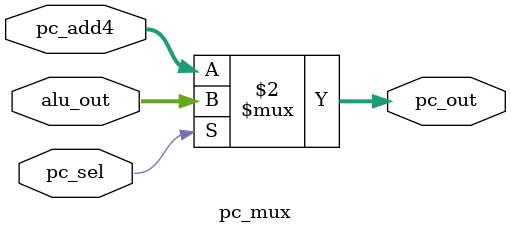
<source format=v>
`timescale 1ns / 1ps

module pc_mux (
                input [31:0] alu_out,
                input [31:0] pc_add4,
                input pc_sel,
                output [31:0] pc_out
              );
assign pc_out= (pc_sel==1)? alu_out:pc_add4;//chon vi tri cua o nho IMEM de thu thi cau lenh; chon tu ALUout hoac PC+4
endmodule
</source>
